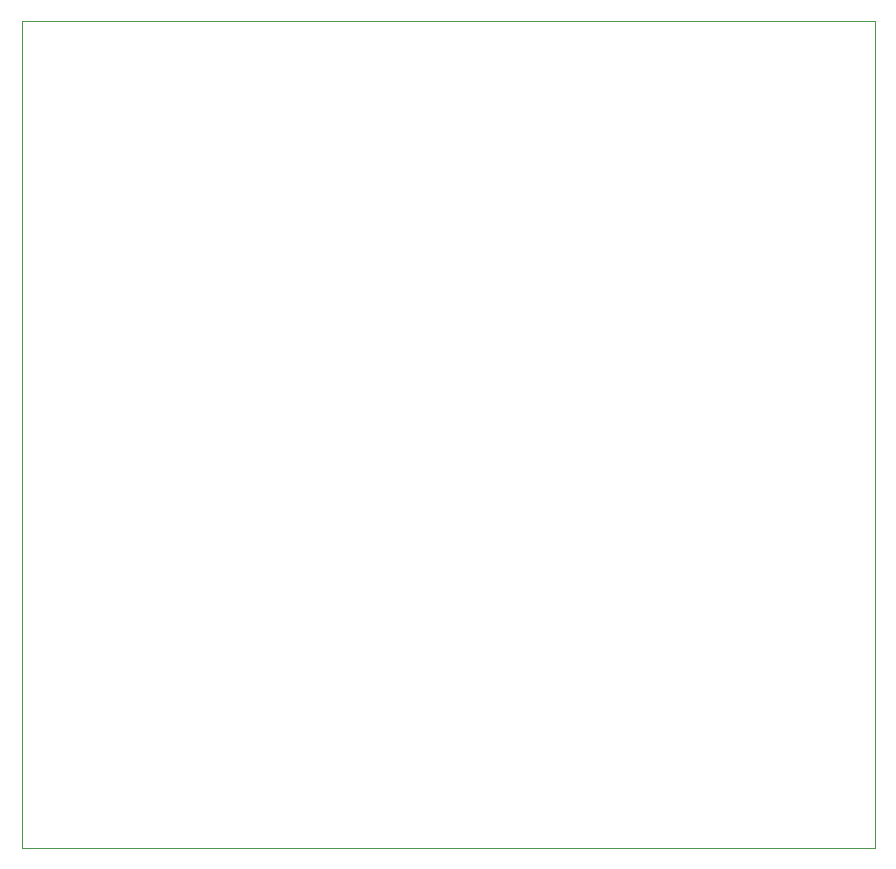
<source format=gm1>
G04 #@! TF.GenerationSoftware,KiCad,Pcbnew,7.0.2-6a45011f42~172~ubuntu22.04.1*
G04 #@! TF.CreationDate,2023-07-04T14:06:36+08:00*
G04 #@! TF.ProjectId,panel_3_3,70616e65-6c5f-4335-9f33-2e6b69636164,rev?*
G04 #@! TF.SameCoordinates,Original*
G04 #@! TF.FileFunction,Profile,NP*
%FSLAX46Y46*%
G04 Gerber Fmt 4.6, Leading zero omitted, Abs format (unit mm)*
G04 Created by KiCad (PCBNEW 7.0.2-6a45011f42~172~ubuntu22.04.1) date 2023-07-04 14:06:36*
%MOMM*%
%LPD*%
G01*
G04 APERTURE LIST*
G04 #@! TA.AperFunction,Profile*
%ADD10C,0.100000*%
G04 #@! TD*
G04 APERTURE END LIST*
D10*
X0Y0D02*
X0Y-70000000D01*
X72200000Y-70000000D02*
X72200000Y0D01*
X0Y-70000000D02*
X72200000Y-70000000D01*
X0Y-70000000D02*
X0Y-70000000D01*
X72200000Y0D02*
X0Y0D01*
M02*

</source>
